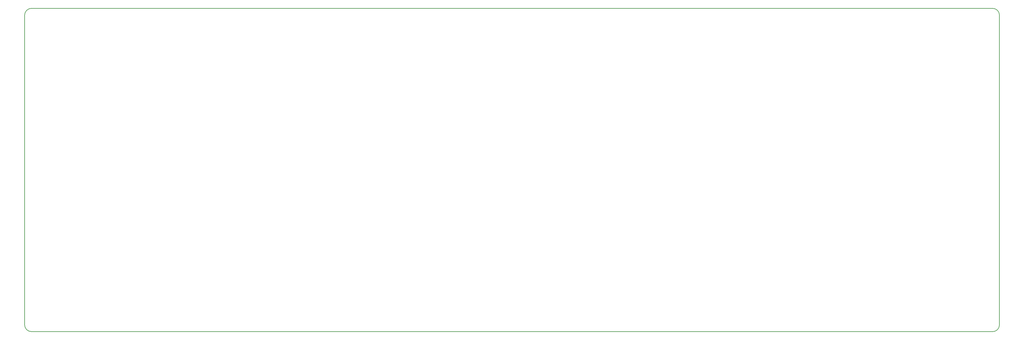
<source format=gm1>
%TF.GenerationSoftware,KiCad,Pcbnew,(6.0.7-1)-1*%
%TF.CreationDate,2022-08-01T14:13:19+02:00*%
%TF.ProjectId,green60-test3,67726565-6e36-4302-9d74-657374332e6b,v1.0.0*%
%TF.SameCoordinates,Original*%
%TF.FileFunction,Profile,NP*%
%FSLAX46Y46*%
G04 Gerber Fmt 4.6, Leading zero omitted, Abs format (unit mm)*
G04 Created by KiCad (PCBNEW (6.0.7-1)-1) date 2022-08-01 14:13:19*
%MOMM*%
%LPD*%
G01*
G04 APERTURE LIST*
%TA.AperFunction,Profile*%
%ADD10C,0.150000*%
%TD*%
G04 APERTURE END LIST*
D10*
X16035183Y-17331448D02*
X16035183Y-107931448D01*
X18035183Y-15331453D02*
G75*
G03*
X16035183Y-17331448I-3J-1999997D01*
G01*
X18035183Y-109931448D02*
X299035183Y-109931448D01*
X299035183Y-109931383D02*
G75*
G03*
X301035183Y-107931448I17J1999983D01*
G01*
X301035183Y-107931448D02*
X301035183Y-17331448D01*
X301035152Y-17331448D02*
G75*
G03*
X299035183Y-15331448I-1999952J48D01*
G01*
X299035183Y-15331448D02*
X18035183Y-15331448D01*
X16035152Y-107931448D02*
G75*
G03*
X18035183Y-109931448I2000048J48D01*
G01*
M02*

</source>
